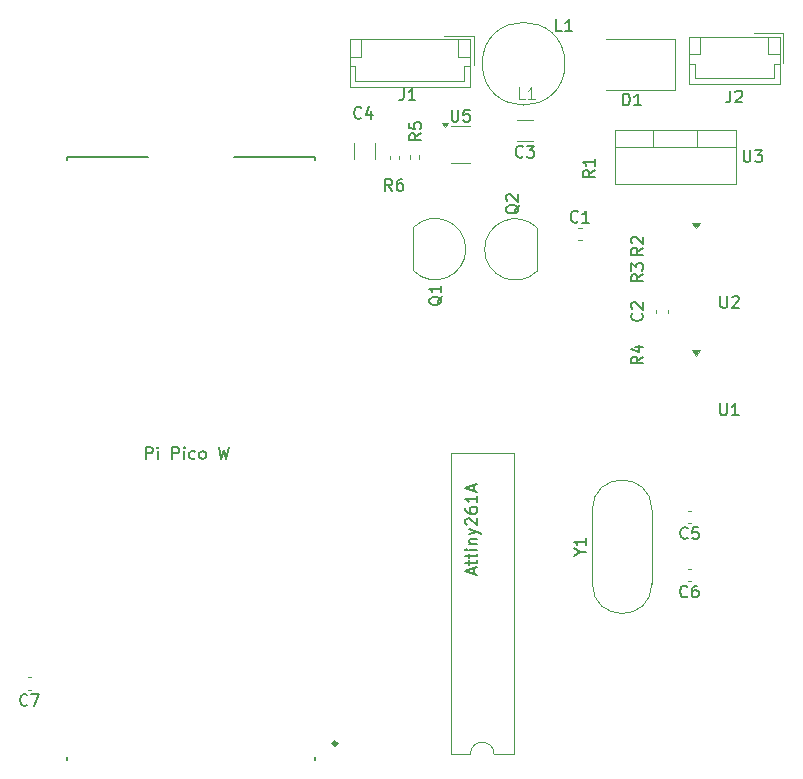
<source format=gbr>
%TF.GenerationSoftware,KiCad,Pcbnew,7.0.10-7.0.10~ubuntu22.04.1*%
%TF.CreationDate,2025-04-05T16:35:24+07:00*%
%TF.ProjectId,RNG,524e472e-6b69-4636-9164-5f7063625858,rev?*%
%TF.SameCoordinates,Original*%
%TF.FileFunction,Legend,Top*%
%TF.FilePolarity,Positive*%
%FSLAX46Y46*%
G04 Gerber Fmt 4.6, Leading zero omitted, Abs format (unit mm)*
G04 Created by KiCad (PCBNEW 7.0.10-7.0.10~ubuntu22.04.1) date 2025-04-05 16:35:24*
%MOMM*%
%LPD*%
G01*
G04 APERTURE LIST*
%ADD10C,0.150000*%
%ADD11C,0.100000*%
%ADD12C,0.120000*%
%ADD13C,0.127000*%
%ADD14C,0.300000*%
G04 APERTURE END LIST*
D10*
X33373145Y-103814358D02*
X33373145Y-102814358D01*
X33373145Y-102814358D02*
X33754097Y-102814358D01*
X33754097Y-102814358D02*
X33849335Y-102861977D01*
X33849335Y-102861977D02*
X33896954Y-102909596D01*
X33896954Y-102909596D02*
X33944573Y-103004834D01*
X33944573Y-103004834D02*
X33944573Y-103147691D01*
X33944573Y-103147691D02*
X33896954Y-103242929D01*
X33896954Y-103242929D02*
X33849335Y-103290548D01*
X33849335Y-103290548D02*
X33754097Y-103338167D01*
X33754097Y-103338167D02*
X33373145Y-103338167D01*
X34373145Y-103814358D02*
X34373145Y-103147691D01*
X34373145Y-102814358D02*
X34325526Y-102861977D01*
X34325526Y-102861977D02*
X34373145Y-102909596D01*
X34373145Y-102909596D02*
X34420764Y-102861977D01*
X34420764Y-102861977D02*
X34373145Y-102814358D01*
X34373145Y-102814358D02*
X34373145Y-102909596D01*
X35611240Y-103814358D02*
X35611240Y-102814358D01*
X35611240Y-102814358D02*
X35992192Y-102814358D01*
X35992192Y-102814358D02*
X36087430Y-102861977D01*
X36087430Y-102861977D02*
X36135049Y-102909596D01*
X36135049Y-102909596D02*
X36182668Y-103004834D01*
X36182668Y-103004834D02*
X36182668Y-103147691D01*
X36182668Y-103147691D02*
X36135049Y-103242929D01*
X36135049Y-103242929D02*
X36087430Y-103290548D01*
X36087430Y-103290548D02*
X35992192Y-103338167D01*
X35992192Y-103338167D02*
X35611240Y-103338167D01*
X36611240Y-103814358D02*
X36611240Y-103147691D01*
X36611240Y-102814358D02*
X36563621Y-102861977D01*
X36563621Y-102861977D02*
X36611240Y-102909596D01*
X36611240Y-102909596D02*
X36658859Y-102861977D01*
X36658859Y-102861977D02*
X36611240Y-102814358D01*
X36611240Y-102814358D02*
X36611240Y-102909596D01*
X37516001Y-103766739D02*
X37420763Y-103814358D01*
X37420763Y-103814358D02*
X37230287Y-103814358D01*
X37230287Y-103814358D02*
X37135049Y-103766739D01*
X37135049Y-103766739D02*
X37087430Y-103719119D01*
X37087430Y-103719119D02*
X37039811Y-103623881D01*
X37039811Y-103623881D02*
X37039811Y-103338167D01*
X37039811Y-103338167D02*
X37087430Y-103242929D01*
X37087430Y-103242929D02*
X37135049Y-103195310D01*
X37135049Y-103195310D02*
X37230287Y-103147691D01*
X37230287Y-103147691D02*
X37420763Y-103147691D01*
X37420763Y-103147691D02*
X37516001Y-103195310D01*
X38087430Y-103814358D02*
X37992192Y-103766739D01*
X37992192Y-103766739D02*
X37944573Y-103719119D01*
X37944573Y-103719119D02*
X37896954Y-103623881D01*
X37896954Y-103623881D02*
X37896954Y-103338167D01*
X37896954Y-103338167D02*
X37944573Y-103242929D01*
X37944573Y-103242929D02*
X37992192Y-103195310D01*
X37992192Y-103195310D02*
X38087430Y-103147691D01*
X38087430Y-103147691D02*
X38230287Y-103147691D01*
X38230287Y-103147691D02*
X38325525Y-103195310D01*
X38325525Y-103195310D02*
X38373144Y-103242929D01*
X38373144Y-103242929D02*
X38420763Y-103338167D01*
X38420763Y-103338167D02*
X38420763Y-103623881D01*
X38420763Y-103623881D02*
X38373144Y-103719119D01*
X38373144Y-103719119D02*
X38325525Y-103766739D01*
X38325525Y-103766739D02*
X38230287Y-103814358D01*
X38230287Y-103814358D02*
X38087430Y-103814358D01*
X39516002Y-102814358D02*
X39754097Y-103814358D01*
X39754097Y-103814358D02*
X39944573Y-103100072D01*
X39944573Y-103100072D02*
X40135049Y-103814358D01*
X40135049Y-103814358D02*
X40373145Y-102814358D01*
X61134790Y-113543409D02*
X61134790Y-113067219D01*
X61420505Y-113638647D02*
X60420505Y-113305314D01*
X60420505Y-113305314D02*
X61420505Y-112971981D01*
X60753838Y-112781504D02*
X60753838Y-112400552D01*
X60420505Y-112638647D02*
X61277647Y-112638647D01*
X61277647Y-112638647D02*
X61372886Y-112591028D01*
X61372886Y-112591028D02*
X61420505Y-112495790D01*
X61420505Y-112495790D02*
X61420505Y-112400552D01*
X60753838Y-112210075D02*
X60753838Y-111829123D01*
X60420505Y-112067218D02*
X61277647Y-112067218D01*
X61277647Y-112067218D02*
X61372886Y-112019599D01*
X61372886Y-112019599D02*
X61420505Y-111924361D01*
X61420505Y-111924361D02*
X61420505Y-111829123D01*
X61420505Y-111495789D02*
X60753838Y-111495789D01*
X60420505Y-111495789D02*
X60468124Y-111543408D01*
X60468124Y-111543408D02*
X60515743Y-111495789D01*
X60515743Y-111495789D02*
X60468124Y-111448170D01*
X60468124Y-111448170D02*
X60420505Y-111495789D01*
X60420505Y-111495789D02*
X60515743Y-111495789D01*
X60753838Y-111019599D02*
X61420505Y-111019599D01*
X60849076Y-111019599D02*
X60801457Y-110971980D01*
X60801457Y-110971980D02*
X60753838Y-110876742D01*
X60753838Y-110876742D02*
X60753838Y-110733885D01*
X60753838Y-110733885D02*
X60801457Y-110638647D01*
X60801457Y-110638647D02*
X60896695Y-110591028D01*
X60896695Y-110591028D02*
X61420505Y-110591028D01*
X60753838Y-110210075D02*
X61420505Y-109971980D01*
X60753838Y-109733885D02*
X61420505Y-109971980D01*
X61420505Y-109971980D02*
X61658600Y-110067218D01*
X61658600Y-110067218D02*
X61706219Y-110114837D01*
X61706219Y-110114837D02*
X61753838Y-110210075D01*
X60515743Y-109400551D02*
X60468124Y-109352932D01*
X60468124Y-109352932D02*
X60420505Y-109257694D01*
X60420505Y-109257694D02*
X60420505Y-109019599D01*
X60420505Y-109019599D02*
X60468124Y-108924361D01*
X60468124Y-108924361D02*
X60515743Y-108876742D01*
X60515743Y-108876742D02*
X60610981Y-108829123D01*
X60610981Y-108829123D02*
X60706219Y-108829123D01*
X60706219Y-108829123D02*
X60849076Y-108876742D01*
X60849076Y-108876742D02*
X61420505Y-109448170D01*
X61420505Y-109448170D02*
X61420505Y-108829123D01*
X60420505Y-107971980D02*
X60420505Y-108162456D01*
X60420505Y-108162456D02*
X60468124Y-108257694D01*
X60468124Y-108257694D02*
X60515743Y-108305313D01*
X60515743Y-108305313D02*
X60658600Y-108400551D01*
X60658600Y-108400551D02*
X60849076Y-108448170D01*
X60849076Y-108448170D02*
X61230028Y-108448170D01*
X61230028Y-108448170D02*
X61325266Y-108400551D01*
X61325266Y-108400551D02*
X61372886Y-108352932D01*
X61372886Y-108352932D02*
X61420505Y-108257694D01*
X61420505Y-108257694D02*
X61420505Y-108067218D01*
X61420505Y-108067218D02*
X61372886Y-107971980D01*
X61372886Y-107971980D02*
X61325266Y-107924361D01*
X61325266Y-107924361D02*
X61230028Y-107876742D01*
X61230028Y-107876742D02*
X60991933Y-107876742D01*
X60991933Y-107876742D02*
X60896695Y-107924361D01*
X60896695Y-107924361D02*
X60849076Y-107971980D01*
X60849076Y-107971980D02*
X60801457Y-108067218D01*
X60801457Y-108067218D02*
X60801457Y-108257694D01*
X60801457Y-108257694D02*
X60849076Y-108352932D01*
X60849076Y-108352932D02*
X60896695Y-108400551D01*
X60896695Y-108400551D02*
X60991933Y-108448170D01*
X61420505Y-106924361D02*
X61420505Y-107495789D01*
X61420505Y-107210075D02*
X60420505Y-107210075D01*
X60420505Y-107210075D02*
X60563362Y-107305313D01*
X60563362Y-107305313D02*
X60658600Y-107400551D01*
X60658600Y-107400551D02*
X60706219Y-107495789D01*
X61134790Y-106543408D02*
X61134790Y-106067218D01*
X61420505Y-106638646D02*
X60420505Y-106305313D01*
X60420505Y-106305313D02*
X61420505Y-105971980D01*
X81997797Y-99115617D02*
X81997797Y-99925140D01*
X81997797Y-99925140D02*
X82045416Y-100020378D01*
X82045416Y-100020378D02*
X82093035Y-100067998D01*
X82093035Y-100067998D02*
X82188273Y-100115617D01*
X82188273Y-100115617D02*
X82378749Y-100115617D01*
X82378749Y-100115617D02*
X82473987Y-100067998D01*
X82473987Y-100067998D02*
X82521606Y-100020378D01*
X82521606Y-100020378D02*
X82569225Y-99925140D01*
X82569225Y-99925140D02*
X82569225Y-99115617D01*
X83569225Y-100115617D02*
X82997797Y-100115617D01*
X83283511Y-100115617D02*
X83283511Y-99115617D01*
X83283511Y-99115617D02*
X83188273Y-99258474D01*
X83188273Y-99258474D02*
X83093035Y-99353712D01*
X83093035Y-99353712D02*
X82997797Y-99401331D01*
X51602225Y-74913383D02*
X51554606Y-74961003D01*
X51554606Y-74961003D02*
X51411749Y-75008622D01*
X51411749Y-75008622D02*
X51316511Y-75008622D01*
X51316511Y-75008622D02*
X51173654Y-74961003D01*
X51173654Y-74961003D02*
X51078416Y-74865764D01*
X51078416Y-74865764D02*
X51030797Y-74770526D01*
X51030797Y-74770526D02*
X50983178Y-74580050D01*
X50983178Y-74580050D02*
X50983178Y-74437193D01*
X50983178Y-74437193D02*
X51030797Y-74246717D01*
X51030797Y-74246717D02*
X51078416Y-74151479D01*
X51078416Y-74151479D02*
X51173654Y-74056241D01*
X51173654Y-74056241D02*
X51316511Y-74008622D01*
X51316511Y-74008622D02*
X51411749Y-74008622D01*
X51411749Y-74008622D02*
X51554606Y-74056241D01*
X51554606Y-74056241D02*
X51602225Y-74103860D01*
X52459368Y-74341955D02*
X52459368Y-75008622D01*
X52221273Y-73961003D02*
X51983178Y-74675288D01*
X51983178Y-74675288D02*
X52602225Y-74675288D01*
X82008553Y-90026517D02*
X82008553Y-90836040D01*
X82008553Y-90836040D02*
X82056172Y-90931278D01*
X82056172Y-90931278D02*
X82103791Y-90978898D01*
X82103791Y-90978898D02*
X82199029Y-91026517D01*
X82199029Y-91026517D02*
X82389505Y-91026517D01*
X82389505Y-91026517D02*
X82484743Y-90978898D01*
X82484743Y-90978898D02*
X82532362Y-90931278D01*
X82532362Y-90931278D02*
X82579981Y-90836040D01*
X82579981Y-90836040D02*
X82579981Y-90026517D01*
X83008553Y-90121755D02*
X83056172Y-90074136D01*
X83056172Y-90074136D02*
X83151410Y-90026517D01*
X83151410Y-90026517D02*
X83389505Y-90026517D01*
X83389505Y-90026517D02*
X83484743Y-90074136D01*
X83484743Y-90074136D02*
X83532362Y-90121755D01*
X83532362Y-90121755D02*
X83579981Y-90216993D01*
X83579981Y-90216993D02*
X83579981Y-90312231D01*
X83579981Y-90312231D02*
X83532362Y-90455088D01*
X83532362Y-90455088D02*
X82960934Y-91026517D01*
X82960934Y-91026517D02*
X83579981Y-91026517D01*
X54222146Y-81115988D02*
X53888813Y-80639797D01*
X53650718Y-81115988D02*
X53650718Y-80115988D01*
X53650718Y-80115988D02*
X54031670Y-80115988D01*
X54031670Y-80115988D02*
X54126908Y-80163607D01*
X54126908Y-80163607D02*
X54174527Y-80211226D01*
X54174527Y-80211226D02*
X54222146Y-80306464D01*
X54222146Y-80306464D02*
X54222146Y-80449321D01*
X54222146Y-80449321D02*
X54174527Y-80544559D01*
X54174527Y-80544559D02*
X54126908Y-80592178D01*
X54126908Y-80592178D02*
X54031670Y-80639797D01*
X54031670Y-80639797D02*
X53650718Y-80639797D01*
X55079289Y-80115988D02*
X54888813Y-80115988D01*
X54888813Y-80115988D02*
X54793575Y-80163607D01*
X54793575Y-80163607D02*
X54745956Y-80211226D01*
X54745956Y-80211226D02*
X54650718Y-80354083D01*
X54650718Y-80354083D02*
X54603099Y-80544559D01*
X54603099Y-80544559D02*
X54603099Y-80925511D01*
X54603099Y-80925511D02*
X54650718Y-81020749D01*
X54650718Y-81020749D02*
X54698337Y-81068369D01*
X54698337Y-81068369D02*
X54793575Y-81115988D01*
X54793575Y-81115988D02*
X54984051Y-81115988D01*
X54984051Y-81115988D02*
X55079289Y-81068369D01*
X55079289Y-81068369D02*
X55126908Y-81020749D01*
X55126908Y-81020749D02*
X55174527Y-80925511D01*
X55174527Y-80925511D02*
X55174527Y-80687416D01*
X55174527Y-80687416D02*
X55126908Y-80592178D01*
X55126908Y-80592178D02*
X55079289Y-80544559D01*
X55079289Y-80544559D02*
X54984051Y-80496940D01*
X54984051Y-80496940D02*
X54793575Y-80496940D01*
X54793575Y-80496940D02*
X54698337Y-80544559D01*
X54698337Y-80544559D02*
X54650718Y-80592178D01*
X54650718Y-80592178D02*
X54603099Y-80687416D01*
X68605314Y-67585153D02*
X68129124Y-67585153D01*
X68129124Y-67585153D02*
X68129124Y-66585153D01*
X69462457Y-67585153D02*
X68891029Y-67585153D01*
X69176743Y-67585153D02*
X69176743Y-66585153D01*
X69176743Y-66585153D02*
X69081505Y-66728010D01*
X69081505Y-66728010D02*
X68986267Y-66823248D01*
X68986267Y-66823248D02*
X68891029Y-66870867D01*
X79208333Y-115454580D02*
X79160714Y-115502200D01*
X79160714Y-115502200D02*
X79017857Y-115549819D01*
X79017857Y-115549819D02*
X78922619Y-115549819D01*
X78922619Y-115549819D02*
X78779762Y-115502200D01*
X78779762Y-115502200D02*
X78684524Y-115406961D01*
X78684524Y-115406961D02*
X78636905Y-115311723D01*
X78636905Y-115311723D02*
X78589286Y-115121247D01*
X78589286Y-115121247D02*
X78589286Y-114978390D01*
X78589286Y-114978390D02*
X78636905Y-114787914D01*
X78636905Y-114787914D02*
X78684524Y-114692676D01*
X78684524Y-114692676D02*
X78779762Y-114597438D01*
X78779762Y-114597438D02*
X78922619Y-114549819D01*
X78922619Y-114549819D02*
X79017857Y-114549819D01*
X79017857Y-114549819D02*
X79160714Y-114597438D01*
X79160714Y-114597438D02*
X79208333Y-114645057D01*
X80065476Y-114549819D02*
X79875000Y-114549819D01*
X79875000Y-114549819D02*
X79779762Y-114597438D01*
X79779762Y-114597438D02*
X79732143Y-114645057D01*
X79732143Y-114645057D02*
X79636905Y-114787914D01*
X79636905Y-114787914D02*
X79589286Y-114978390D01*
X79589286Y-114978390D02*
X79589286Y-115359342D01*
X79589286Y-115359342D02*
X79636905Y-115454580D01*
X79636905Y-115454580D02*
X79684524Y-115502200D01*
X79684524Y-115502200D02*
X79779762Y-115549819D01*
X79779762Y-115549819D02*
X79970238Y-115549819D01*
X79970238Y-115549819D02*
X80065476Y-115502200D01*
X80065476Y-115502200D02*
X80113095Y-115454580D01*
X80113095Y-115454580D02*
X80160714Y-115359342D01*
X80160714Y-115359342D02*
X80160714Y-115121247D01*
X80160714Y-115121247D02*
X80113095Y-115026009D01*
X80113095Y-115026009D02*
X80065476Y-114978390D01*
X80065476Y-114978390D02*
X79970238Y-114930771D01*
X79970238Y-114930771D02*
X79779762Y-114930771D01*
X79779762Y-114930771D02*
X79684524Y-114978390D01*
X79684524Y-114978390D02*
X79636905Y-115026009D01*
X79636905Y-115026009D02*
X79589286Y-115121247D01*
X69950333Y-83714780D02*
X69902714Y-83762400D01*
X69902714Y-83762400D02*
X69759857Y-83810019D01*
X69759857Y-83810019D02*
X69664619Y-83810019D01*
X69664619Y-83810019D02*
X69521762Y-83762400D01*
X69521762Y-83762400D02*
X69426524Y-83667161D01*
X69426524Y-83667161D02*
X69378905Y-83571923D01*
X69378905Y-83571923D02*
X69331286Y-83381447D01*
X69331286Y-83381447D02*
X69331286Y-83238590D01*
X69331286Y-83238590D02*
X69378905Y-83048114D01*
X69378905Y-83048114D02*
X69426524Y-82952876D01*
X69426524Y-82952876D02*
X69521762Y-82857638D01*
X69521762Y-82857638D02*
X69664619Y-82810019D01*
X69664619Y-82810019D02*
X69759857Y-82810019D01*
X69759857Y-82810019D02*
X69902714Y-82857638D01*
X69902714Y-82857638D02*
X69950333Y-82905257D01*
X70902714Y-83810019D02*
X70331286Y-83810019D01*
X70617000Y-83810019D02*
X70617000Y-82810019D01*
X70617000Y-82810019D02*
X70521762Y-82952876D01*
X70521762Y-82952876D02*
X70426524Y-83048114D01*
X70426524Y-83048114D02*
X70331286Y-83095733D01*
X79233733Y-110501580D02*
X79186114Y-110549200D01*
X79186114Y-110549200D02*
X79043257Y-110596819D01*
X79043257Y-110596819D02*
X78948019Y-110596819D01*
X78948019Y-110596819D02*
X78805162Y-110549200D01*
X78805162Y-110549200D02*
X78709924Y-110453961D01*
X78709924Y-110453961D02*
X78662305Y-110358723D01*
X78662305Y-110358723D02*
X78614686Y-110168247D01*
X78614686Y-110168247D02*
X78614686Y-110025390D01*
X78614686Y-110025390D02*
X78662305Y-109834914D01*
X78662305Y-109834914D02*
X78709924Y-109739676D01*
X78709924Y-109739676D02*
X78805162Y-109644438D01*
X78805162Y-109644438D02*
X78948019Y-109596819D01*
X78948019Y-109596819D02*
X79043257Y-109596819D01*
X79043257Y-109596819D02*
X79186114Y-109644438D01*
X79186114Y-109644438D02*
X79233733Y-109692057D01*
X80138495Y-109596819D02*
X79662305Y-109596819D01*
X79662305Y-109596819D02*
X79614686Y-110073009D01*
X79614686Y-110073009D02*
X79662305Y-110025390D01*
X79662305Y-110025390D02*
X79757543Y-109977771D01*
X79757543Y-109977771D02*
X79995638Y-109977771D01*
X79995638Y-109977771D02*
X80090876Y-110025390D01*
X80090876Y-110025390D02*
X80138495Y-110073009D01*
X80138495Y-110073009D02*
X80186114Y-110168247D01*
X80186114Y-110168247D02*
X80186114Y-110406342D01*
X80186114Y-110406342D02*
X80138495Y-110501580D01*
X80138495Y-110501580D02*
X80090876Y-110549200D01*
X80090876Y-110549200D02*
X79995638Y-110596819D01*
X79995638Y-110596819D02*
X79757543Y-110596819D01*
X79757543Y-110596819D02*
X79662305Y-110549200D01*
X79662305Y-110549200D02*
X79614686Y-110501580D01*
X59252795Y-74255619D02*
X59252795Y-75065142D01*
X59252795Y-75065142D02*
X59300414Y-75160380D01*
X59300414Y-75160380D02*
X59348033Y-75208000D01*
X59348033Y-75208000D02*
X59443271Y-75255619D01*
X59443271Y-75255619D02*
X59633747Y-75255619D01*
X59633747Y-75255619D02*
X59728985Y-75208000D01*
X59728985Y-75208000D02*
X59776604Y-75160380D01*
X59776604Y-75160380D02*
X59824223Y-75065142D01*
X59824223Y-75065142D02*
X59824223Y-74255619D01*
X60776604Y-74255619D02*
X60300414Y-74255619D01*
X60300414Y-74255619D02*
X60252795Y-74731809D01*
X60252795Y-74731809D02*
X60300414Y-74684190D01*
X60300414Y-74684190D02*
X60395652Y-74636571D01*
X60395652Y-74636571D02*
X60633747Y-74636571D01*
X60633747Y-74636571D02*
X60728985Y-74684190D01*
X60728985Y-74684190D02*
X60776604Y-74731809D01*
X60776604Y-74731809D02*
X60824223Y-74827047D01*
X60824223Y-74827047D02*
X60824223Y-75065142D01*
X60824223Y-75065142D02*
X60776604Y-75160380D01*
X60776604Y-75160380D02*
X60728985Y-75208000D01*
X60728985Y-75208000D02*
X60633747Y-75255619D01*
X60633747Y-75255619D02*
X60395652Y-75255619D01*
X60395652Y-75255619D02*
X60300414Y-75208000D01*
X60300414Y-75208000D02*
X60252795Y-75160380D01*
X64964457Y-82315038D02*
X64916838Y-82410276D01*
X64916838Y-82410276D02*
X64821600Y-82505514D01*
X64821600Y-82505514D02*
X64678742Y-82648371D01*
X64678742Y-82648371D02*
X64631123Y-82743609D01*
X64631123Y-82743609D02*
X64631123Y-82838847D01*
X64869219Y-82791228D02*
X64821600Y-82886466D01*
X64821600Y-82886466D02*
X64726361Y-82981704D01*
X64726361Y-82981704D02*
X64535885Y-83029323D01*
X64535885Y-83029323D02*
X64202552Y-83029323D01*
X64202552Y-83029323D02*
X64012076Y-82981704D01*
X64012076Y-82981704D02*
X63916838Y-82886466D01*
X63916838Y-82886466D02*
X63869219Y-82791228D01*
X63869219Y-82791228D02*
X63869219Y-82600752D01*
X63869219Y-82600752D02*
X63916838Y-82505514D01*
X63916838Y-82505514D02*
X64012076Y-82410276D01*
X64012076Y-82410276D02*
X64202552Y-82362657D01*
X64202552Y-82362657D02*
X64535885Y-82362657D01*
X64535885Y-82362657D02*
X64726361Y-82410276D01*
X64726361Y-82410276D02*
X64821600Y-82505514D01*
X64821600Y-82505514D02*
X64869219Y-82600752D01*
X64869219Y-82600752D02*
X64869219Y-82791228D01*
X63964457Y-81981704D02*
X63916838Y-81934085D01*
X63916838Y-81934085D02*
X63869219Y-81838847D01*
X63869219Y-81838847D02*
X63869219Y-81600752D01*
X63869219Y-81600752D02*
X63916838Y-81505514D01*
X63916838Y-81505514D02*
X63964457Y-81457895D01*
X63964457Y-81457895D02*
X64059695Y-81410276D01*
X64059695Y-81410276D02*
X64154933Y-81410276D01*
X64154933Y-81410276D02*
X64297790Y-81457895D01*
X64297790Y-81457895D02*
X64869219Y-82029323D01*
X64869219Y-82029323D02*
X64869219Y-81410276D01*
D11*
X65442933Y-73355419D02*
X64966743Y-73355419D01*
X64966743Y-73355419D02*
X64966743Y-72355419D01*
X66300076Y-73355419D02*
X65728648Y-73355419D01*
X66014362Y-73355419D02*
X66014362Y-72355419D01*
X66014362Y-72355419D02*
X65919124Y-72498276D01*
X65919124Y-72498276D02*
X65823886Y-72593514D01*
X65823886Y-72593514D02*
X65728648Y-72641133D01*
D10*
X73769105Y-73889019D02*
X73769105Y-72889019D01*
X73769105Y-72889019D02*
X74007200Y-72889019D01*
X74007200Y-72889019D02*
X74150057Y-72936638D01*
X74150057Y-72936638D02*
X74245295Y-73031876D01*
X74245295Y-73031876D02*
X74292914Y-73127114D01*
X74292914Y-73127114D02*
X74340533Y-73317590D01*
X74340533Y-73317590D02*
X74340533Y-73460447D01*
X74340533Y-73460447D02*
X74292914Y-73650923D01*
X74292914Y-73650923D02*
X74245295Y-73746161D01*
X74245295Y-73746161D02*
X74150057Y-73841400D01*
X74150057Y-73841400D02*
X74007200Y-73889019D01*
X74007200Y-73889019D02*
X73769105Y-73889019D01*
X75292914Y-73889019D02*
X74721486Y-73889019D01*
X75007200Y-73889019D02*
X75007200Y-72889019D01*
X75007200Y-72889019D02*
X74911962Y-73031876D01*
X74911962Y-73031876D02*
X74816724Y-73127114D01*
X74816724Y-73127114D02*
X74721486Y-73174733D01*
X75454819Y-85946866D02*
X74978628Y-86280199D01*
X75454819Y-86518294D02*
X74454819Y-86518294D01*
X74454819Y-86518294D02*
X74454819Y-86137342D01*
X74454819Y-86137342D02*
X74502438Y-86042104D01*
X74502438Y-86042104D02*
X74550057Y-85994485D01*
X74550057Y-85994485D02*
X74645295Y-85946866D01*
X74645295Y-85946866D02*
X74788152Y-85946866D01*
X74788152Y-85946866D02*
X74883390Y-85994485D01*
X74883390Y-85994485D02*
X74931009Y-86042104D01*
X74931009Y-86042104D02*
X74978628Y-86137342D01*
X74978628Y-86137342D02*
X74978628Y-86518294D01*
X74550057Y-85565913D02*
X74502438Y-85518294D01*
X74502438Y-85518294D02*
X74454819Y-85423056D01*
X74454819Y-85423056D02*
X74454819Y-85184961D01*
X74454819Y-85184961D02*
X74502438Y-85089723D01*
X74502438Y-85089723D02*
X74550057Y-85042104D01*
X74550057Y-85042104D02*
X74645295Y-84994485D01*
X74645295Y-84994485D02*
X74740533Y-84994485D01*
X74740533Y-84994485D02*
X74883390Y-85042104D01*
X74883390Y-85042104D02*
X75454819Y-85613532D01*
X75454819Y-85613532D02*
X75454819Y-84994485D01*
X75454819Y-95166666D02*
X74978628Y-95499999D01*
X75454819Y-95738094D02*
X74454819Y-95738094D01*
X74454819Y-95738094D02*
X74454819Y-95357142D01*
X74454819Y-95357142D02*
X74502438Y-95261904D01*
X74502438Y-95261904D02*
X74550057Y-95214285D01*
X74550057Y-95214285D02*
X74645295Y-95166666D01*
X74645295Y-95166666D02*
X74788152Y-95166666D01*
X74788152Y-95166666D02*
X74883390Y-95214285D01*
X74883390Y-95214285D02*
X74931009Y-95261904D01*
X74931009Y-95261904D02*
X74978628Y-95357142D01*
X74978628Y-95357142D02*
X74978628Y-95738094D01*
X74788152Y-94309523D02*
X75454819Y-94309523D01*
X74407200Y-94547618D02*
X75121485Y-94785713D01*
X75121485Y-94785713D02*
X75121485Y-94166666D01*
X71357043Y-79362992D02*
X70880852Y-79696325D01*
X71357043Y-79934420D02*
X70357043Y-79934420D01*
X70357043Y-79934420D02*
X70357043Y-79553468D01*
X70357043Y-79553468D02*
X70404662Y-79458230D01*
X70404662Y-79458230D02*
X70452281Y-79410611D01*
X70452281Y-79410611D02*
X70547519Y-79362992D01*
X70547519Y-79362992D02*
X70690376Y-79362992D01*
X70690376Y-79362992D02*
X70785614Y-79410611D01*
X70785614Y-79410611D02*
X70833233Y-79458230D01*
X70833233Y-79458230D02*
X70880852Y-79553468D01*
X70880852Y-79553468D02*
X70880852Y-79934420D01*
X71357043Y-78410611D02*
X71357043Y-78982039D01*
X71357043Y-78696325D02*
X70357043Y-78696325D01*
X70357043Y-78696325D02*
X70499900Y-78791563D01*
X70499900Y-78791563D02*
X70595138Y-78886801D01*
X70595138Y-78886801D02*
X70642757Y-78982039D01*
X65290933Y-78206380D02*
X65243314Y-78254000D01*
X65243314Y-78254000D02*
X65100457Y-78301619D01*
X65100457Y-78301619D02*
X65005219Y-78301619D01*
X65005219Y-78301619D02*
X64862362Y-78254000D01*
X64862362Y-78254000D02*
X64767124Y-78158761D01*
X64767124Y-78158761D02*
X64719505Y-78063523D01*
X64719505Y-78063523D02*
X64671886Y-77873047D01*
X64671886Y-77873047D02*
X64671886Y-77730190D01*
X64671886Y-77730190D02*
X64719505Y-77539714D01*
X64719505Y-77539714D02*
X64767124Y-77444476D01*
X64767124Y-77444476D02*
X64862362Y-77349238D01*
X64862362Y-77349238D02*
X65005219Y-77301619D01*
X65005219Y-77301619D02*
X65100457Y-77301619D01*
X65100457Y-77301619D02*
X65243314Y-77349238D01*
X65243314Y-77349238D02*
X65290933Y-77396857D01*
X65624267Y-77301619D02*
X66243314Y-77301619D01*
X66243314Y-77301619D02*
X65909981Y-77682571D01*
X65909981Y-77682571D02*
X66052838Y-77682571D01*
X66052838Y-77682571D02*
X66148076Y-77730190D01*
X66148076Y-77730190D02*
X66195695Y-77777809D01*
X66195695Y-77777809D02*
X66243314Y-77873047D01*
X66243314Y-77873047D02*
X66243314Y-78111142D01*
X66243314Y-78111142D02*
X66195695Y-78206380D01*
X66195695Y-78206380D02*
X66148076Y-78254000D01*
X66148076Y-78254000D02*
X66052838Y-78301619D01*
X66052838Y-78301619D02*
X65767124Y-78301619D01*
X65767124Y-78301619D02*
X65671886Y-78254000D01*
X65671886Y-78254000D02*
X65624267Y-78206380D01*
X55191066Y-72454419D02*
X55191066Y-73168704D01*
X55191066Y-73168704D02*
X55143447Y-73311561D01*
X55143447Y-73311561D02*
X55048209Y-73406800D01*
X55048209Y-73406800D02*
X54905352Y-73454419D01*
X54905352Y-73454419D02*
X54810114Y-73454419D01*
X56191066Y-73454419D02*
X55619638Y-73454419D01*
X55905352Y-73454419D02*
X55905352Y-72454419D01*
X55905352Y-72454419D02*
X55810114Y-72597276D01*
X55810114Y-72597276D02*
X55714876Y-72692514D01*
X55714876Y-72692514D02*
X55619638Y-72740133D01*
X23328333Y-124623980D02*
X23280714Y-124671600D01*
X23280714Y-124671600D02*
X23137857Y-124719219D01*
X23137857Y-124719219D02*
X23042619Y-124719219D01*
X23042619Y-124719219D02*
X22899762Y-124671600D01*
X22899762Y-124671600D02*
X22804524Y-124576361D01*
X22804524Y-124576361D02*
X22756905Y-124481123D01*
X22756905Y-124481123D02*
X22709286Y-124290647D01*
X22709286Y-124290647D02*
X22709286Y-124147790D01*
X22709286Y-124147790D02*
X22756905Y-123957314D01*
X22756905Y-123957314D02*
X22804524Y-123862076D01*
X22804524Y-123862076D02*
X22899762Y-123766838D01*
X22899762Y-123766838D02*
X23042619Y-123719219D01*
X23042619Y-123719219D02*
X23137857Y-123719219D01*
X23137857Y-123719219D02*
X23280714Y-123766838D01*
X23280714Y-123766838D02*
X23328333Y-123814457D01*
X23661667Y-123719219D02*
X24328333Y-123719219D01*
X24328333Y-123719219D02*
X23899762Y-124719219D01*
X83979988Y-77681445D02*
X83979988Y-78490968D01*
X83979988Y-78490968D02*
X84027607Y-78586206D01*
X84027607Y-78586206D02*
X84075226Y-78633826D01*
X84075226Y-78633826D02*
X84170464Y-78681445D01*
X84170464Y-78681445D02*
X84360940Y-78681445D01*
X84360940Y-78681445D02*
X84456178Y-78633826D01*
X84456178Y-78633826D02*
X84503797Y-78586206D01*
X84503797Y-78586206D02*
X84551416Y-78490968D01*
X84551416Y-78490968D02*
X84551416Y-77681445D01*
X84932369Y-77681445D02*
X85551416Y-77681445D01*
X85551416Y-77681445D02*
X85218083Y-78062397D01*
X85218083Y-78062397D02*
X85360940Y-78062397D01*
X85360940Y-78062397D02*
X85456178Y-78110016D01*
X85456178Y-78110016D02*
X85503797Y-78157635D01*
X85503797Y-78157635D02*
X85551416Y-78252873D01*
X85551416Y-78252873D02*
X85551416Y-78490968D01*
X85551416Y-78490968D02*
X85503797Y-78586206D01*
X85503797Y-78586206D02*
X85456178Y-78633826D01*
X85456178Y-78633826D02*
X85360940Y-78681445D01*
X85360940Y-78681445D02*
X85075226Y-78681445D01*
X85075226Y-78681445D02*
X84979988Y-78633826D01*
X84979988Y-78633826D02*
X84932369Y-78586206D01*
X75359580Y-91505066D02*
X75407200Y-91552685D01*
X75407200Y-91552685D02*
X75454819Y-91695542D01*
X75454819Y-91695542D02*
X75454819Y-91790780D01*
X75454819Y-91790780D02*
X75407200Y-91933637D01*
X75407200Y-91933637D02*
X75311961Y-92028875D01*
X75311961Y-92028875D02*
X75216723Y-92076494D01*
X75216723Y-92076494D02*
X75026247Y-92124113D01*
X75026247Y-92124113D02*
X74883390Y-92124113D01*
X74883390Y-92124113D02*
X74692914Y-92076494D01*
X74692914Y-92076494D02*
X74597676Y-92028875D01*
X74597676Y-92028875D02*
X74502438Y-91933637D01*
X74502438Y-91933637D02*
X74454819Y-91790780D01*
X74454819Y-91790780D02*
X74454819Y-91695542D01*
X74454819Y-91695542D02*
X74502438Y-91552685D01*
X74502438Y-91552685D02*
X74550057Y-91505066D01*
X74550057Y-91124113D02*
X74502438Y-91076494D01*
X74502438Y-91076494D02*
X74454819Y-90981256D01*
X74454819Y-90981256D02*
X74454819Y-90743161D01*
X74454819Y-90743161D02*
X74502438Y-90647923D01*
X74502438Y-90647923D02*
X74550057Y-90600304D01*
X74550057Y-90600304D02*
X74645295Y-90552685D01*
X74645295Y-90552685D02*
X74740533Y-90552685D01*
X74740533Y-90552685D02*
X74883390Y-90600304D01*
X74883390Y-90600304D02*
X75454819Y-91171732D01*
X75454819Y-91171732D02*
X75454819Y-90552685D01*
X58436657Y-90062038D02*
X58389038Y-90157276D01*
X58389038Y-90157276D02*
X58293800Y-90252514D01*
X58293800Y-90252514D02*
X58150942Y-90395371D01*
X58150942Y-90395371D02*
X58103323Y-90490609D01*
X58103323Y-90490609D02*
X58103323Y-90585847D01*
X58341419Y-90538228D02*
X58293800Y-90633466D01*
X58293800Y-90633466D02*
X58198561Y-90728704D01*
X58198561Y-90728704D02*
X58008085Y-90776323D01*
X58008085Y-90776323D02*
X57674752Y-90776323D01*
X57674752Y-90776323D02*
X57484276Y-90728704D01*
X57484276Y-90728704D02*
X57389038Y-90633466D01*
X57389038Y-90633466D02*
X57341419Y-90538228D01*
X57341419Y-90538228D02*
X57341419Y-90347752D01*
X57341419Y-90347752D02*
X57389038Y-90252514D01*
X57389038Y-90252514D02*
X57484276Y-90157276D01*
X57484276Y-90157276D02*
X57674752Y-90109657D01*
X57674752Y-90109657D02*
X58008085Y-90109657D01*
X58008085Y-90109657D02*
X58198561Y-90157276D01*
X58198561Y-90157276D02*
X58293800Y-90252514D01*
X58293800Y-90252514D02*
X58341419Y-90347752D01*
X58341419Y-90347752D02*
X58341419Y-90538228D01*
X58341419Y-89157276D02*
X58341419Y-89728704D01*
X58341419Y-89442990D02*
X57341419Y-89442990D01*
X57341419Y-89442990D02*
X57484276Y-89538228D01*
X57484276Y-89538228D02*
X57579514Y-89633466D01*
X57579514Y-89633466D02*
X57627133Y-89728704D01*
X82846266Y-72638219D02*
X82846266Y-73352504D01*
X82846266Y-73352504D02*
X82798647Y-73495361D01*
X82798647Y-73495361D02*
X82703409Y-73590600D01*
X82703409Y-73590600D02*
X82560552Y-73638219D01*
X82560552Y-73638219D02*
X82465314Y-73638219D01*
X83274838Y-72733457D02*
X83322457Y-72685838D01*
X83322457Y-72685838D02*
X83417695Y-72638219D01*
X83417695Y-72638219D02*
X83655790Y-72638219D01*
X83655790Y-72638219D02*
X83751028Y-72685838D01*
X83751028Y-72685838D02*
X83798647Y-72733457D01*
X83798647Y-72733457D02*
X83846266Y-72828695D01*
X83846266Y-72828695D02*
X83846266Y-72923933D01*
X83846266Y-72923933D02*
X83798647Y-73066790D01*
X83798647Y-73066790D02*
X83227219Y-73638219D01*
X83227219Y-73638219D02*
X83846266Y-73638219D01*
X70139028Y-111729790D02*
X70615219Y-111729790D01*
X69615219Y-112063123D02*
X70139028Y-111729790D01*
X70139028Y-111729790D02*
X69615219Y-111396457D01*
X70615219Y-110539314D02*
X70615219Y-111110742D01*
X70615219Y-110825028D02*
X69615219Y-110825028D01*
X69615219Y-110825028D02*
X69758076Y-110920266D01*
X69758076Y-110920266D02*
X69853314Y-111015504D01*
X69853314Y-111015504D02*
X69900933Y-111110742D01*
X56665019Y-76265066D02*
X56188828Y-76598399D01*
X56665019Y-76836494D02*
X55665019Y-76836494D01*
X55665019Y-76836494D02*
X55665019Y-76455542D01*
X55665019Y-76455542D02*
X55712638Y-76360304D01*
X55712638Y-76360304D02*
X55760257Y-76312685D01*
X55760257Y-76312685D02*
X55855495Y-76265066D01*
X55855495Y-76265066D02*
X55998352Y-76265066D01*
X55998352Y-76265066D02*
X56093590Y-76312685D01*
X56093590Y-76312685D02*
X56141209Y-76360304D01*
X56141209Y-76360304D02*
X56188828Y-76455542D01*
X56188828Y-76455542D02*
X56188828Y-76836494D01*
X55665019Y-75360304D02*
X55665019Y-75836494D01*
X55665019Y-75836494D02*
X56141209Y-75884113D01*
X56141209Y-75884113D02*
X56093590Y-75836494D01*
X56093590Y-75836494D02*
X56045971Y-75741256D01*
X56045971Y-75741256D02*
X56045971Y-75503161D01*
X56045971Y-75503161D02*
X56093590Y-75407923D01*
X56093590Y-75407923D02*
X56141209Y-75360304D01*
X56141209Y-75360304D02*
X56236447Y-75312685D01*
X56236447Y-75312685D02*
X56474542Y-75312685D01*
X56474542Y-75312685D02*
X56569780Y-75360304D01*
X56569780Y-75360304D02*
X56617400Y-75407923D01*
X56617400Y-75407923D02*
X56665019Y-75503161D01*
X56665019Y-75503161D02*
X56665019Y-75741256D01*
X56665019Y-75741256D02*
X56617400Y-75836494D01*
X56617400Y-75836494D02*
X56569780Y-75884113D01*
X75454819Y-88203066D02*
X74978628Y-88536399D01*
X75454819Y-88774494D02*
X74454819Y-88774494D01*
X74454819Y-88774494D02*
X74454819Y-88393542D01*
X74454819Y-88393542D02*
X74502438Y-88298304D01*
X74502438Y-88298304D02*
X74550057Y-88250685D01*
X74550057Y-88250685D02*
X74645295Y-88203066D01*
X74645295Y-88203066D02*
X74788152Y-88203066D01*
X74788152Y-88203066D02*
X74883390Y-88250685D01*
X74883390Y-88250685D02*
X74931009Y-88298304D01*
X74931009Y-88298304D02*
X74978628Y-88393542D01*
X74978628Y-88393542D02*
X74978628Y-88774494D01*
X74454819Y-87869732D02*
X74454819Y-87250685D01*
X74454819Y-87250685D02*
X74835771Y-87584018D01*
X74835771Y-87584018D02*
X74835771Y-87441161D01*
X74835771Y-87441161D02*
X74883390Y-87345923D01*
X74883390Y-87345923D02*
X74931009Y-87298304D01*
X74931009Y-87298304D02*
X75026247Y-87250685D01*
X75026247Y-87250685D02*
X75264342Y-87250685D01*
X75264342Y-87250685D02*
X75359580Y-87298304D01*
X75359580Y-87298304D02*
X75407200Y-87345923D01*
X75407200Y-87345923D02*
X75454819Y-87441161D01*
X75454819Y-87441161D02*
X75454819Y-87726875D01*
X75454819Y-87726875D02*
X75407200Y-87822113D01*
X75407200Y-87822113D02*
X75359580Y-87869732D01*
%TO.C,*%
D12*
X79983100Y-84301400D02*
X79643100Y-83831400D01*
X80323100Y-83831400D01*
X79983100Y-84301400D01*
G36*
X79983100Y-84301400D02*
G01*
X79643100Y-83831400D01*
X80323100Y-83831400D01*
X79983100Y-84301400D01*
G37*
X79932300Y-95071000D02*
X79592300Y-94601000D01*
X80272300Y-94601000D01*
X79932300Y-95071000D01*
G36*
X79932300Y-95071000D02*
G01*
X79592300Y-94601000D01*
X80272300Y-94601000D01*
X79932300Y-95071000D01*
G37*
%TO.C,C6*%
X79515580Y-114175000D02*
X79234420Y-114175000D01*
X79515580Y-113155000D02*
X79234420Y-113155000D01*
%TO.C,C1*%
X69976420Y-84275200D02*
X70257580Y-84275200D01*
X69976420Y-85295200D02*
X70257580Y-85295200D01*
%TO.C,C5*%
X79540980Y-109222000D02*
X79259820Y-109222000D01*
X79540980Y-108202000D02*
X79259820Y-108202000D01*
%TO.C,U5*%
X60014700Y-75640800D02*
X59214700Y-75640800D01*
X60014700Y-75640800D02*
X60814700Y-75640800D01*
X60014700Y-78760800D02*
X59214700Y-78760800D01*
X60014700Y-78760800D02*
X60814700Y-78760800D01*
X58714700Y-75690800D02*
X58474700Y-75360800D01*
X58954700Y-75360800D01*
X58714700Y-75690800D01*
G36*
X58714700Y-75690800D02*
G01*
X58474700Y-75360800D01*
X58954700Y-75360800D01*
X58714700Y-75690800D01*
G37*
%TO.C,R6*%
X54001400Y-78438441D02*
X54001400Y-78131159D01*
X54761400Y-78438441D02*
X54761400Y-78131159D01*
%TO.C,C4*%
X52802200Y-77038148D02*
X52802200Y-78460652D01*
X50982200Y-77038148D02*
X50982200Y-78460652D01*
%TO.C,Q2*%
X56006800Y-84255200D02*
X56006800Y-87855200D01*
X60456800Y-86055200D02*
G75*
G03*
X56018322Y-84216722I-2600000J0D01*
G01*
X56018322Y-87893678D02*
G75*
G03*
X60456800Y-86055200I1838478J1838478D01*
G01*
D11*
%TO.C,L1*%
X68849600Y-70358000D02*
G75*
G03*
X61849600Y-70358000I-3500000J0D01*
G01*
X61849600Y-70358000D02*
G75*
G03*
X68849600Y-70358000I3500000J0D01*
G01*
D12*
%TO.C,D1*%
X78167200Y-72584200D02*
X78167200Y-68284200D01*
X78167200Y-72584200D02*
X72357200Y-72584200D01*
X78167200Y-68284200D02*
X72357200Y-68284200D01*
D13*
%TO.C,A1*%
X47685600Y-129034400D02*
X47685600Y-129284400D01*
X47685600Y-78284400D02*
X47685600Y-78534400D01*
X40845600Y-78284400D02*
X47685600Y-78284400D01*
X26685600Y-129284400D02*
X26685600Y-129034400D01*
X26685600Y-78284400D02*
X33525600Y-78284400D01*
X26685600Y-78284400D02*
X26685600Y-78534400D01*
D14*
X49525600Y-127914400D02*
G75*
G03*
X49225600Y-127914400I-150000J0D01*
G01*
X49225600Y-127914400D02*
G75*
G03*
X49525600Y-127914400I150000J0D01*
G01*
D12*
%TO.C,U6*%
X64499000Y-128812600D02*
X64499000Y-103292600D01*
X64499000Y-103292600D02*
X59199000Y-103292600D01*
X62849000Y-128812600D02*
X64499000Y-128812600D01*
X59199000Y-128812600D02*
X60849000Y-128812600D01*
X59199000Y-103292600D02*
X59199000Y-128812600D01*
X62849000Y-128812600D02*
G75*
G03*
X60849000Y-128812600I-1000000J0D01*
G01*
%TO.C,C3*%
X66168852Y-76906800D02*
X64746348Y-76906800D01*
X66168852Y-75086800D02*
X64746348Y-75086800D01*
%TO.C,J1*%
X61126800Y-70476600D02*
X61126800Y-67976600D01*
X61126800Y-67976600D02*
X58626800Y-67976600D01*
X60826800Y-72296600D02*
X60826800Y-68276600D01*
X60826800Y-70586600D02*
X60326800Y-70586600D01*
X60826800Y-69776600D02*
X59826800Y-69776600D01*
X60826800Y-68276600D02*
X50606800Y-68276600D01*
X60326800Y-71796600D02*
X51106800Y-71796600D01*
X60326800Y-70586600D02*
X60326800Y-71796600D01*
X59826800Y-69776600D02*
X59826800Y-68276600D01*
X51606800Y-69776600D02*
X51606800Y-68276600D01*
X51106800Y-71796600D02*
X51106800Y-70586600D01*
X51106800Y-70586600D02*
X50606800Y-70586600D01*
X50606800Y-72296600D02*
X60826800Y-72296600D01*
X50606800Y-69776600D02*
X51606800Y-69776600D01*
X50606800Y-68276600D02*
X50606800Y-72296600D01*
%TO.C,C7*%
X23635580Y-123344400D02*
X23354420Y-123344400D01*
X23635580Y-122324400D02*
X23354420Y-122324400D01*
%TO.C,U3*%
X73061200Y-75932400D02*
X73061200Y-80573400D01*
X73061200Y-75932400D02*
X83301200Y-75932400D01*
X73061200Y-77442400D02*
X83301200Y-77442400D01*
X73061200Y-80573400D02*
X83301200Y-80573400D01*
X76331200Y-75932400D02*
X76331200Y-77442400D01*
X80032200Y-75932400D02*
X80032200Y-77442400D01*
X83301200Y-75932400D02*
X83301200Y-80573400D01*
%TO.C,C2*%
X77573600Y-91197820D02*
X77573600Y-91478980D01*
X76553600Y-91197820D02*
X76553600Y-91478980D01*
%TO.C,Q1*%
X66493000Y-87880600D02*
X66493000Y-84280600D01*
X62043000Y-86080600D02*
G75*
G03*
X66481478Y-87919078I2600000J0D01*
G01*
X66481478Y-84242122D02*
G75*
G03*
X62043000Y-86080600I-1838478J-1838478D01*
G01*
%TO.C,J2*%
X87339600Y-70273400D02*
X87339600Y-67773400D01*
X87339600Y-67773400D02*
X84839600Y-67773400D01*
X87039600Y-72093400D02*
X87039600Y-68073400D01*
X87039600Y-70383400D02*
X86539600Y-70383400D01*
X87039600Y-69573400D02*
X86039600Y-69573400D01*
X87039600Y-68073400D02*
X79319600Y-68073400D01*
X86539600Y-71593400D02*
X79819600Y-71593400D01*
X86539600Y-70383400D02*
X86539600Y-71593400D01*
X86039600Y-69573400D02*
X86039600Y-68073400D01*
X80319600Y-69573400D02*
X80319600Y-68073400D01*
X79819600Y-71593400D02*
X79819600Y-70383400D01*
X79819600Y-70383400D02*
X79319600Y-70383400D01*
X79319600Y-72093400D02*
X87039600Y-72093400D01*
X79319600Y-69573400D02*
X80319600Y-69573400D01*
X79319600Y-68073400D02*
X79319600Y-72093400D01*
%TO.C,Y1*%
X71160400Y-114378600D02*
X71160400Y-108128600D01*
X76210400Y-114378600D02*
X76210400Y-108128600D01*
X71160400Y-114378600D02*
G75*
G03*
X76210400Y-114378600I2525000J0D01*
G01*
X76210400Y-108128600D02*
G75*
G03*
X71160400Y-108128600I-2525000J0D01*
G01*
%TO.C,R5*%
X56514000Y-78103759D02*
X56514000Y-78411041D01*
X55754000Y-78103759D02*
X55754000Y-78411041D01*
%TD*%
M02*

</source>
